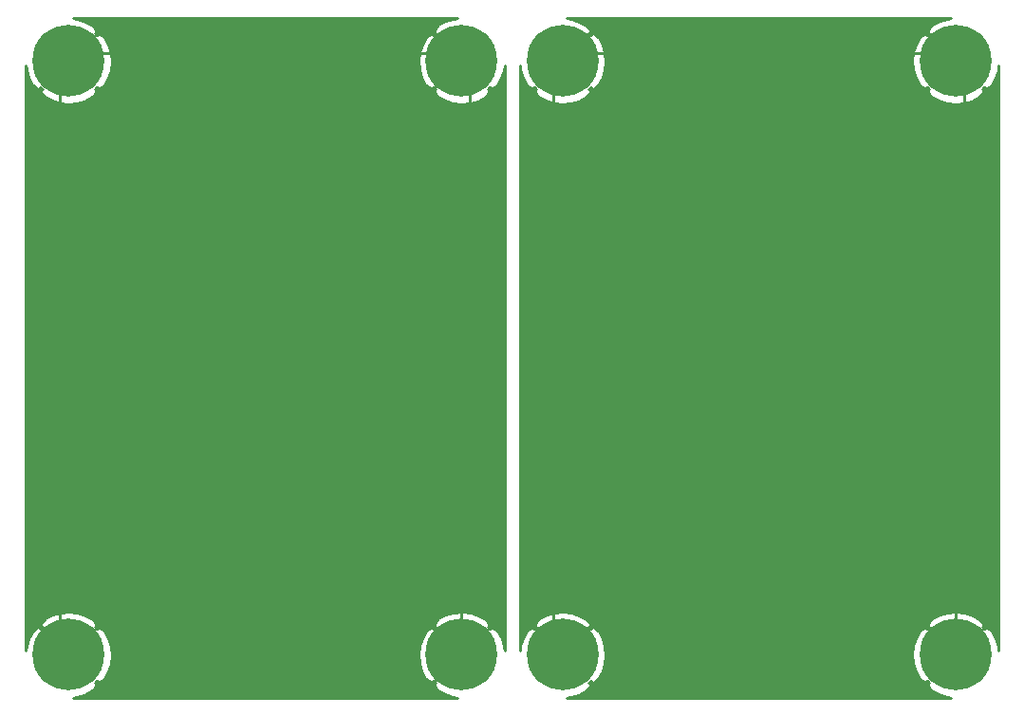
<source format=gtl>
G04 #@! TF.GenerationSoftware,KiCad,Pcbnew,(5.1.0)-1*
G04 #@! TF.CreationDate,2019-06-11T15:23:58-04:00*
G04 #@! TF.ProjectId,top and bottom case,746f7020-616e-4642-9062-6f74746f6d20,rev?*
G04 #@! TF.SameCoordinates,PX528a7e4PY5879c7c*
G04 #@! TF.FileFunction,Copper,L1,Top*
G04 #@! TF.FilePolarity,Positive*
%FSLAX46Y46*%
G04 Gerber Fmt 4.6, Leading zero omitted, Abs format (unit mm)*
G04 Created by KiCad (PCBNEW (5.1.0)-1) date 2019-06-11 15:23:58*
%MOMM*%
%LPD*%
G04 APERTURE LIST*
%ADD10C,0.800000*%
%ADD11C,6.400000*%
%ADD12C,0.250000*%
%ADD13C,0.254000*%
G04 APERTURE END LIST*
D10*
X64443556Y29022556D03*
X62746500Y29725500D03*
X61049444Y29022556D03*
X60346500Y27325500D03*
X61049444Y25628444D03*
X62746500Y24925500D03*
X64443556Y25628444D03*
X65146500Y27325500D03*
D11*
X62746500Y27325500D03*
X27677500Y27325500D03*
D10*
X30077500Y27325500D03*
X29374556Y25628444D03*
X27677500Y24925500D03*
X25980444Y25628444D03*
X25277500Y27325500D03*
X25980444Y29022556D03*
X27677500Y29725500D03*
X29374556Y29022556D03*
X29374556Y-23977444D03*
X27677500Y-23274500D03*
X25980444Y-23977444D03*
X25277500Y-25674500D03*
X25980444Y-27371556D03*
X27677500Y-28074500D03*
X29374556Y-27371556D03*
X30077500Y-25674500D03*
D11*
X27677500Y-25674500D03*
X62746500Y-25674500D03*
D10*
X65146500Y-25674500D03*
X64443556Y-27371556D03*
X62746500Y-28074500D03*
X61049444Y-27371556D03*
X60346500Y-25674500D03*
X61049444Y-23977444D03*
X62746500Y-23274500D03*
X64443556Y-23977444D03*
D11*
X-16391500Y-25674500D03*
D10*
X-13991500Y-25674500D03*
X-14694444Y-27371556D03*
X-16391500Y-28074500D03*
X-18088556Y-27371556D03*
X-18791500Y-25674500D03*
X-18088556Y-23977444D03*
X-16391500Y-23274500D03*
X-14694444Y-23977444D03*
X-14694444Y29022556D03*
X-16391500Y29725500D03*
X-18088556Y29022556D03*
X-18791500Y27325500D03*
X-18088556Y25628444D03*
X-16391500Y24925500D03*
X-14694444Y25628444D03*
X-13991500Y27325500D03*
D11*
X-16391500Y27325500D03*
X18677500Y27325500D03*
D10*
X21077500Y27325500D03*
X20374556Y25628444D03*
X18677500Y24925500D03*
X16980444Y25628444D03*
X16277500Y27325500D03*
X16980444Y29022556D03*
X18677500Y29725500D03*
X20374556Y29022556D03*
X20374556Y-23977444D03*
X18677500Y-23274500D03*
X16980444Y-23977444D03*
X16277500Y-25674500D03*
X16980444Y-27371556D03*
X18677500Y-28074500D03*
X20374556Y-27371556D03*
X21077500Y-25674500D03*
D11*
X18677500Y-25674500D03*
D12*
X-14795391Y26600499D02*
X-15419445Y25976445D01*
X-15666499Y26600499D02*
X-14795391Y26600499D01*
X-16391500Y27325500D02*
X-15666499Y26600499D01*
X19402501Y26600499D02*
X18677500Y27325500D01*
X19402501Y-20424016D02*
X19402501Y26600499D01*
X18677500Y-21149017D02*
X19402501Y-20424016D01*
X18677500Y-25674500D02*
X18677500Y-21149017D01*
X-15666499Y28050501D02*
X-16391500Y27325500D01*
X17952499Y28050501D02*
X-15666499Y28050501D01*
X18677500Y27325500D02*
X17952499Y28050501D01*
X-17208500Y-24857500D02*
X-16391500Y-25674500D01*
X-17208500Y26508500D02*
X-17208500Y-24857500D01*
X-16391500Y27325500D02*
X-17208500Y26508500D01*
X27677500Y27325500D02*
X28402501Y26600499D01*
X29273609Y26600499D02*
X28649555Y25976445D01*
X28402501Y26600499D02*
X29273609Y26600499D01*
X26860500Y-24857500D02*
X27677500Y-25674500D01*
X26860500Y26508500D02*
X26860500Y-24857500D01*
X27677500Y27325500D02*
X26860500Y26508500D01*
X28402501Y28050501D02*
X27677500Y27325500D01*
X62021499Y28050501D02*
X28402501Y28050501D01*
X62746500Y27325500D02*
X62021499Y28050501D01*
X63471501Y26600499D02*
X62746500Y27325500D01*
X62746500Y-21149017D02*
X63471501Y-20424016D01*
X62746500Y-25674500D02*
X62746500Y-21149017D01*
X63471501Y-20424016D02*
X63471501Y26600499D01*
D13*
G36*
X17949562Y31109678D02*
G01*
X17225292Y30894952D01*
X16556830Y30543055D01*
X16516412Y30516048D01*
X16156224Y30026381D01*
X16341916Y29840689D01*
X16320670Y29826493D01*
X16176507Y29682330D01*
X16162311Y29661084D01*
X15976619Y29846776D01*
X15486952Y29486588D01*
X15126651Y28822618D01*
X14902806Y28101115D01*
X14824020Y27349805D01*
X14893322Y26597562D01*
X15108048Y25873292D01*
X15459945Y25204830D01*
X15486952Y25164412D01*
X15976619Y24804224D01*
X16162311Y24989916D01*
X16176507Y24968670D01*
X16320670Y24824507D01*
X16341916Y24810311D01*
X16156224Y24624619D01*
X16516412Y24134952D01*
X17180382Y23774651D01*
X17901885Y23550806D01*
X18653195Y23472020D01*
X19405438Y23541322D01*
X20129708Y23756048D01*
X20798170Y24107945D01*
X20838588Y24134952D01*
X21198776Y24624619D01*
X21013084Y24810311D01*
X21034330Y24824507D01*
X21178493Y24968670D01*
X21192689Y24989916D01*
X21378381Y24804224D01*
X21868048Y25164412D01*
X22228349Y25828382D01*
X22452194Y26549885D01*
X22492500Y26934247D01*
X22492501Y825500D01*
X22492500Y-25281121D01*
X22461678Y-24946562D01*
X22246952Y-24222292D01*
X21895055Y-23553830D01*
X21868048Y-23513412D01*
X21378381Y-23153224D01*
X21192689Y-23338916D01*
X21178493Y-23317670D01*
X21034330Y-23173507D01*
X21013084Y-23159311D01*
X21198776Y-22973619D01*
X20838588Y-22483952D01*
X20174618Y-22123651D01*
X19453115Y-21899806D01*
X18701805Y-21821020D01*
X17949562Y-21890322D01*
X17225292Y-22105048D01*
X16556830Y-22456945D01*
X16516412Y-22483952D01*
X16156224Y-22973619D01*
X16341916Y-23159311D01*
X16320670Y-23173507D01*
X16176507Y-23317670D01*
X16162311Y-23338916D01*
X15976619Y-23153224D01*
X15486952Y-23513412D01*
X15126651Y-24177382D01*
X14902806Y-24898885D01*
X14824020Y-25650195D01*
X14893322Y-26402438D01*
X15108048Y-27126708D01*
X15459945Y-27795170D01*
X15486952Y-27835588D01*
X15976619Y-28195776D01*
X16162311Y-28010084D01*
X16176507Y-28031330D01*
X16320670Y-28175493D01*
X16341916Y-28189689D01*
X16156224Y-28375381D01*
X16516412Y-28865048D01*
X17180382Y-29225349D01*
X17901885Y-29449194D01*
X18286246Y-29489500D01*
X-15998121Y-29489500D01*
X-15663562Y-29458678D01*
X-14939292Y-29243952D01*
X-14270830Y-28892055D01*
X-14230412Y-28865048D01*
X-13870224Y-28375381D01*
X-14055916Y-28189689D01*
X-14034670Y-28175493D01*
X-13890507Y-28031330D01*
X-13876311Y-28010084D01*
X-13690619Y-28195776D01*
X-13200952Y-27835588D01*
X-12840651Y-27171618D01*
X-12616806Y-26450115D01*
X-12538020Y-25698805D01*
X-12607322Y-24946562D01*
X-12822048Y-24222292D01*
X-13173945Y-23553830D01*
X-13200952Y-23513412D01*
X-13690619Y-23153224D01*
X-13876311Y-23338916D01*
X-13890507Y-23317670D01*
X-14034670Y-23173507D01*
X-14055916Y-23159311D01*
X-13870224Y-22973619D01*
X-14230412Y-22483952D01*
X-14894382Y-22123651D01*
X-15615885Y-21899806D01*
X-16367195Y-21821020D01*
X-17119438Y-21890322D01*
X-17843708Y-22105048D01*
X-18512170Y-22456945D01*
X-18552588Y-22483952D01*
X-18912776Y-22973619D01*
X-18727084Y-23159311D01*
X-18748330Y-23173507D01*
X-18892493Y-23317670D01*
X-18906689Y-23338916D01*
X-19092381Y-23153224D01*
X-19582048Y-23513412D01*
X-19942349Y-24177382D01*
X-20166194Y-24898885D01*
X-20206500Y-25283246D01*
X-20206500Y26932121D01*
X-20175678Y26597562D01*
X-19960952Y25873292D01*
X-19609055Y25204830D01*
X-19582048Y25164412D01*
X-19092381Y24804224D01*
X-18906689Y24989916D01*
X-18892493Y24968670D01*
X-18748330Y24824507D01*
X-18727084Y24810311D01*
X-18912776Y24624619D01*
X-18552588Y24134952D01*
X-17888618Y23774651D01*
X-17167115Y23550806D01*
X-16415805Y23472020D01*
X-15663562Y23541322D01*
X-14939292Y23756048D01*
X-14270830Y24107945D01*
X-14230412Y24134952D01*
X-13870224Y24624619D01*
X-14055916Y24810311D01*
X-14034670Y24824507D01*
X-13890507Y24968670D01*
X-13876311Y24989916D01*
X-13690619Y24804224D01*
X-13200952Y25164412D01*
X-12840651Y25828382D01*
X-12616806Y26549885D01*
X-12538020Y27301195D01*
X-12607322Y28053438D01*
X-12822048Y28777708D01*
X-13173945Y29446170D01*
X-13200952Y29486588D01*
X-13690619Y29846776D01*
X-13876311Y29661084D01*
X-13890507Y29682330D01*
X-14034670Y29826493D01*
X-14055916Y29840689D01*
X-13870224Y30026381D01*
X-14230412Y30516048D01*
X-14894382Y30876349D01*
X-15615885Y31100194D01*
X-16000246Y31140500D01*
X18284121Y31140500D01*
X17949562Y31109678D01*
X17949562Y31109678D01*
G37*
X17949562Y31109678D02*
X17225292Y30894952D01*
X16556830Y30543055D01*
X16516412Y30516048D01*
X16156224Y30026381D01*
X16341916Y29840689D01*
X16320670Y29826493D01*
X16176507Y29682330D01*
X16162311Y29661084D01*
X15976619Y29846776D01*
X15486952Y29486588D01*
X15126651Y28822618D01*
X14902806Y28101115D01*
X14824020Y27349805D01*
X14893322Y26597562D01*
X15108048Y25873292D01*
X15459945Y25204830D01*
X15486952Y25164412D01*
X15976619Y24804224D01*
X16162311Y24989916D01*
X16176507Y24968670D01*
X16320670Y24824507D01*
X16341916Y24810311D01*
X16156224Y24624619D01*
X16516412Y24134952D01*
X17180382Y23774651D01*
X17901885Y23550806D01*
X18653195Y23472020D01*
X19405438Y23541322D01*
X20129708Y23756048D01*
X20798170Y24107945D01*
X20838588Y24134952D01*
X21198776Y24624619D01*
X21013084Y24810311D01*
X21034330Y24824507D01*
X21178493Y24968670D01*
X21192689Y24989916D01*
X21378381Y24804224D01*
X21868048Y25164412D01*
X22228349Y25828382D01*
X22452194Y26549885D01*
X22492500Y26934247D01*
X22492501Y825500D01*
X22492500Y-25281121D01*
X22461678Y-24946562D01*
X22246952Y-24222292D01*
X21895055Y-23553830D01*
X21868048Y-23513412D01*
X21378381Y-23153224D01*
X21192689Y-23338916D01*
X21178493Y-23317670D01*
X21034330Y-23173507D01*
X21013084Y-23159311D01*
X21198776Y-22973619D01*
X20838588Y-22483952D01*
X20174618Y-22123651D01*
X19453115Y-21899806D01*
X18701805Y-21821020D01*
X17949562Y-21890322D01*
X17225292Y-22105048D01*
X16556830Y-22456945D01*
X16516412Y-22483952D01*
X16156224Y-22973619D01*
X16341916Y-23159311D01*
X16320670Y-23173507D01*
X16176507Y-23317670D01*
X16162311Y-23338916D01*
X15976619Y-23153224D01*
X15486952Y-23513412D01*
X15126651Y-24177382D01*
X14902806Y-24898885D01*
X14824020Y-25650195D01*
X14893322Y-26402438D01*
X15108048Y-27126708D01*
X15459945Y-27795170D01*
X15486952Y-27835588D01*
X15976619Y-28195776D01*
X16162311Y-28010084D01*
X16176507Y-28031330D01*
X16320670Y-28175493D01*
X16341916Y-28189689D01*
X16156224Y-28375381D01*
X16516412Y-28865048D01*
X17180382Y-29225349D01*
X17901885Y-29449194D01*
X18286246Y-29489500D01*
X-15998121Y-29489500D01*
X-15663562Y-29458678D01*
X-14939292Y-29243952D01*
X-14270830Y-28892055D01*
X-14230412Y-28865048D01*
X-13870224Y-28375381D01*
X-14055916Y-28189689D01*
X-14034670Y-28175493D01*
X-13890507Y-28031330D01*
X-13876311Y-28010084D01*
X-13690619Y-28195776D01*
X-13200952Y-27835588D01*
X-12840651Y-27171618D01*
X-12616806Y-26450115D01*
X-12538020Y-25698805D01*
X-12607322Y-24946562D01*
X-12822048Y-24222292D01*
X-13173945Y-23553830D01*
X-13200952Y-23513412D01*
X-13690619Y-23153224D01*
X-13876311Y-23338916D01*
X-13890507Y-23317670D01*
X-14034670Y-23173507D01*
X-14055916Y-23159311D01*
X-13870224Y-22973619D01*
X-14230412Y-22483952D01*
X-14894382Y-22123651D01*
X-15615885Y-21899806D01*
X-16367195Y-21821020D01*
X-17119438Y-21890322D01*
X-17843708Y-22105048D01*
X-18512170Y-22456945D01*
X-18552588Y-22483952D01*
X-18912776Y-22973619D01*
X-18727084Y-23159311D01*
X-18748330Y-23173507D01*
X-18892493Y-23317670D01*
X-18906689Y-23338916D01*
X-19092381Y-23153224D01*
X-19582048Y-23513412D01*
X-19942349Y-24177382D01*
X-20166194Y-24898885D01*
X-20206500Y-25283246D01*
X-20206500Y26932121D01*
X-20175678Y26597562D01*
X-19960952Y25873292D01*
X-19609055Y25204830D01*
X-19582048Y25164412D01*
X-19092381Y24804224D01*
X-18906689Y24989916D01*
X-18892493Y24968670D01*
X-18748330Y24824507D01*
X-18727084Y24810311D01*
X-18912776Y24624619D01*
X-18552588Y24134952D01*
X-17888618Y23774651D01*
X-17167115Y23550806D01*
X-16415805Y23472020D01*
X-15663562Y23541322D01*
X-14939292Y23756048D01*
X-14270830Y24107945D01*
X-14230412Y24134952D01*
X-13870224Y24624619D01*
X-14055916Y24810311D01*
X-14034670Y24824507D01*
X-13890507Y24968670D01*
X-13876311Y24989916D01*
X-13690619Y24804224D01*
X-13200952Y25164412D01*
X-12840651Y25828382D01*
X-12616806Y26549885D01*
X-12538020Y27301195D01*
X-12607322Y28053438D01*
X-12822048Y28777708D01*
X-13173945Y29446170D01*
X-13200952Y29486588D01*
X-13690619Y29846776D01*
X-13876311Y29661084D01*
X-13890507Y29682330D01*
X-14034670Y29826493D01*
X-14055916Y29840689D01*
X-13870224Y30026381D01*
X-14230412Y30516048D01*
X-14894382Y30876349D01*
X-15615885Y31100194D01*
X-16000246Y31140500D01*
X18284121Y31140500D01*
X17949562Y31109678D01*
G36*
X-15498381Y-24637218D02*
G01*
X-15354218Y-24781381D01*
X-15332972Y-24795577D01*
X-16211895Y-25674500D01*
X-15332972Y-26553423D01*
X-15354218Y-26567619D01*
X-15498381Y-26711782D01*
X-15512577Y-26733028D01*
X-16391500Y-25854105D01*
X-16405642Y-25868248D01*
X-16585247Y-25688643D01*
X-16571105Y-25674500D01*
X-17450028Y-24795577D01*
X-17428782Y-24781381D01*
X-17284619Y-24637218D01*
X-17270423Y-24615972D01*
X-16391500Y-25494895D01*
X-15512577Y-24615972D01*
X-15498381Y-24637218D01*
X-15498381Y-24637218D01*
G37*
X-15498381Y-24637218D02*
X-15354218Y-24781381D01*
X-15332972Y-24795577D01*
X-16211895Y-25674500D01*
X-15332972Y-26553423D01*
X-15354218Y-26567619D01*
X-15498381Y-26711782D01*
X-15512577Y-26733028D01*
X-16391500Y-25854105D01*
X-16405642Y-25868248D01*
X-16585247Y-25688643D01*
X-16571105Y-25674500D01*
X-17450028Y-24795577D01*
X-17428782Y-24781381D01*
X-17284619Y-24637218D01*
X-17270423Y-24615972D01*
X-16391500Y-25494895D01*
X-15512577Y-24615972D01*
X-15498381Y-24637218D01*
G36*
X19570619Y-24637218D02*
G01*
X19714782Y-24781381D01*
X19736028Y-24795577D01*
X18857105Y-25674500D01*
X18871248Y-25688643D01*
X18691643Y-25868248D01*
X18677500Y-25854105D01*
X17798577Y-26733028D01*
X17784381Y-26711782D01*
X17640218Y-26567619D01*
X17618972Y-26553423D01*
X18497895Y-25674500D01*
X17618972Y-24795577D01*
X17640218Y-24781381D01*
X17784381Y-24637218D01*
X17798577Y-24615972D01*
X18677500Y-25494895D01*
X19556423Y-24615972D01*
X19570619Y-24637218D01*
X19570619Y-24637218D01*
G37*
X19570619Y-24637218D02*
X19714782Y-24781381D01*
X19736028Y-24795577D01*
X18857105Y-25674500D01*
X18871248Y-25688643D01*
X18691643Y-25868248D01*
X18677500Y-25854105D01*
X17798577Y-26733028D01*
X17784381Y-26711782D01*
X17640218Y-26567619D01*
X17618972Y-26553423D01*
X18497895Y-25674500D01*
X17618972Y-24795577D01*
X17640218Y-24781381D01*
X17784381Y-24637218D01*
X17798577Y-24615972D01*
X18677500Y-25494895D01*
X19556423Y-24615972D01*
X19570619Y-24637218D01*
G36*
X-15498381Y28362782D02*
G01*
X-15354218Y28218619D01*
X-15332972Y28204423D01*
X-16211895Y27325500D01*
X-15332972Y26446577D01*
X-15354218Y26432381D01*
X-15498381Y26288218D01*
X-15512577Y26266972D01*
X-16391500Y27145895D01*
X-17270423Y26266972D01*
X-17284619Y26288218D01*
X-17428782Y26432381D01*
X-17450028Y26446577D01*
X-16571105Y27325500D01*
X-16585247Y27339642D01*
X-16405642Y27519247D01*
X-16391500Y27505105D01*
X-15512577Y28384028D01*
X-15498381Y28362782D01*
X-15498381Y28362782D01*
G37*
X-15498381Y28362782D02*
X-15354218Y28218619D01*
X-15332972Y28204423D01*
X-16211895Y27325500D01*
X-15332972Y26446577D01*
X-15354218Y26432381D01*
X-15498381Y26288218D01*
X-15512577Y26266972D01*
X-16391500Y27145895D01*
X-17270423Y26266972D01*
X-17284619Y26288218D01*
X-17428782Y26432381D01*
X-17450028Y26446577D01*
X-16571105Y27325500D01*
X-16585247Y27339642D01*
X-16405642Y27519247D01*
X-16391500Y27505105D01*
X-15512577Y28384028D01*
X-15498381Y28362782D01*
G36*
X18677500Y27505105D02*
G01*
X18691643Y27519247D01*
X18871248Y27339642D01*
X18857105Y27325500D01*
X19736028Y26446577D01*
X19714782Y26432381D01*
X19570619Y26288218D01*
X19556423Y26266972D01*
X18677500Y27145895D01*
X17798577Y26266972D01*
X17784381Y26288218D01*
X17640218Y26432381D01*
X17618972Y26446577D01*
X18497895Y27325500D01*
X17618972Y28204423D01*
X17640218Y28218619D01*
X17784381Y28362782D01*
X17798577Y28384028D01*
X18677500Y27505105D01*
X18677500Y27505105D01*
G37*
X18677500Y27505105D02*
X18691643Y27519247D01*
X18871248Y27339642D01*
X18857105Y27325500D01*
X19736028Y26446577D01*
X19714782Y26432381D01*
X19570619Y26288218D01*
X19556423Y26266972D01*
X18677500Y27145895D01*
X17798577Y26266972D01*
X17784381Y26288218D01*
X17640218Y26432381D01*
X17618972Y26446577D01*
X18497895Y27325500D01*
X17618972Y28204423D01*
X17640218Y28218619D01*
X17784381Y28362782D01*
X17798577Y28384028D01*
X18677500Y27505105D01*
G36*
X62018562Y31109678D02*
G01*
X61294292Y30894952D01*
X60625830Y30543055D01*
X60585412Y30516048D01*
X60225224Y30026381D01*
X60410916Y29840689D01*
X60389670Y29826493D01*
X60245507Y29682330D01*
X60231311Y29661084D01*
X60045619Y29846776D01*
X59555952Y29486588D01*
X59195651Y28822618D01*
X58971806Y28101115D01*
X58893020Y27349805D01*
X58962322Y26597562D01*
X59177048Y25873292D01*
X59528945Y25204830D01*
X59555952Y25164412D01*
X60045619Y24804224D01*
X60231311Y24989916D01*
X60245507Y24968670D01*
X60389670Y24824507D01*
X60410916Y24810311D01*
X60225224Y24624619D01*
X60585412Y24134952D01*
X61249382Y23774651D01*
X61970885Y23550806D01*
X62722195Y23472020D01*
X63474438Y23541322D01*
X64198708Y23756048D01*
X64867170Y24107945D01*
X64907588Y24134952D01*
X65267776Y24624619D01*
X65082084Y24810311D01*
X65103330Y24824507D01*
X65247493Y24968670D01*
X65261689Y24989916D01*
X65447381Y24804224D01*
X65937048Y25164412D01*
X66297349Y25828382D01*
X66521194Y26549885D01*
X66561500Y26934247D01*
X66561501Y-25281132D01*
X66530678Y-24946562D01*
X66315952Y-24222292D01*
X65964055Y-23553830D01*
X65937048Y-23513412D01*
X65447381Y-23153224D01*
X65261689Y-23338916D01*
X65247493Y-23317670D01*
X65103330Y-23173507D01*
X65082084Y-23159311D01*
X65267776Y-22973619D01*
X64907588Y-22483952D01*
X64243618Y-22123651D01*
X63522115Y-21899806D01*
X62770805Y-21821020D01*
X62018562Y-21890322D01*
X61294292Y-22105048D01*
X60625830Y-22456945D01*
X60585412Y-22483952D01*
X60225224Y-22973619D01*
X60410916Y-23159311D01*
X60389670Y-23173507D01*
X60245507Y-23317670D01*
X60231311Y-23338916D01*
X60045619Y-23153224D01*
X59555952Y-23513412D01*
X59195651Y-24177382D01*
X58971806Y-24898885D01*
X58893020Y-25650195D01*
X58962322Y-26402438D01*
X59177048Y-27126708D01*
X59528945Y-27795170D01*
X59555952Y-27835588D01*
X60045619Y-28195776D01*
X60231311Y-28010084D01*
X60245507Y-28031330D01*
X60389670Y-28175493D01*
X60410916Y-28189689D01*
X60225224Y-28375381D01*
X60585412Y-28865048D01*
X61249382Y-29225349D01*
X61970885Y-29449194D01*
X62355246Y-29489500D01*
X28070879Y-29489500D01*
X28405438Y-29458678D01*
X29129708Y-29243952D01*
X29798170Y-28892055D01*
X29838588Y-28865048D01*
X30198776Y-28375381D01*
X30013084Y-28189689D01*
X30034330Y-28175493D01*
X30178493Y-28031330D01*
X30192689Y-28010084D01*
X30378381Y-28195776D01*
X30868048Y-27835588D01*
X31228349Y-27171618D01*
X31452194Y-26450115D01*
X31530980Y-25698805D01*
X31461678Y-24946562D01*
X31246952Y-24222292D01*
X30895055Y-23553830D01*
X30868048Y-23513412D01*
X30378381Y-23153224D01*
X30192689Y-23338916D01*
X30178493Y-23317670D01*
X30034330Y-23173507D01*
X30013084Y-23159311D01*
X30198776Y-22973619D01*
X29838588Y-22483952D01*
X29174618Y-22123651D01*
X28453115Y-21899806D01*
X27701805Y-21821020D01*
X26949562Y-21890322D01*
X26225292Y-22105048D01*
X25556830Y-22456945D01*
X25516412Y-22483952D01*
X25156224Y-22973619D01*
X25341916Y-23159311D01*
X25320670Y-23173507D01*
X25176507Y-23317670D01*
X25162311Y-23338916D01*
X24976619Y-23153224D01*
X24486952Y-23513412D01*
X24126651Y-24177382D01*
X23902806Y-24898885D01*
X23862500Y-25283246D01*
X23862500Y26932121D01*
X23893322Y26597562D01*
X24108048Y25873292D01*
X24459945Y25204830D01*
X24486952Y25164412D01*
X24976619Y24804224D01*
X25162311Y24989916D01*
X25176507Y24968670D01*
X25320670Y24824507D01*
X25341916Y24810311D01*
X25156224Y24624619D01*
X25516412Y24134952D01*
X26180382Y23774651D01*
X26901885Y23550806D01*
X27653195Y23472020D01*
X28405438Y23541322D01*
X29129708Y23756048D01*
X29798170Y24107945D01*
X29838588Y24134952D01*
X30198776Y24624619D01*
X30013084Y24810311D01*
X30034330Y24824507D01*
X30178493Y24968670D01*
X30192689Y24989916D01*
X30378381Y24804224D01*
X30868048Y25164412D01*
X31228349Y25828382D01*
X31452194Y26549885D01*
X31530980Y27301195D01*
X31461678Y28053438D01*
X31246952Y28777708D01*
X30895055Y29446170D01*
X30868048Y29486588D01*
X30378381Y29846776D01*
X30192689Y29661084D01*
X30178493Y29682330D01*
X30034330Y29826493D01*
X30013084Y29840689D01*
X30198776Y30026381D01*
X29838588Y30516048D01*
X29174618Y30876349D01*
X28453115Y31100194D01*
X28068754Y31140500D01*
X62353121Y31140500D01*
X62018562Y31109678D01*
X62018562Y31109678D01*
G37*
X62018562Y31109678D02*
X61294292Y30894952D01*
X60625830Y30543055D01*
X60585412Y30516048D01*
X60225224Y30026381D01*
X60410916Y29840689D01*
X60389670Y29826493D01*
X60245507Y29682330D01*
X60231311Y29661084D01*
X60045619Y29846776D01*
X59555952Y29486588D01*
X59195651Y28822618D01*
X58971806Y28101115D01*
X58893020Y27349805D01*
X58962322Y26597562D01*
X59177048Y25873292D01*
X59528945Y25204830D01*
X59555952Y25164412D01*
X60045619Y24804224D01*
X60231311Y24989916D01*
X60245507Y24968670D01*
X60389670Y24824507D01*
X60410916Y24810311D01*
X60225224Y24624619D01*
X60585412Y24134952D01*
X61249382Y23774651D01*
X61970885Y23550806D01*
X62722195Y23472020D01*
X63474438Y23541322D01*
X64198708Y23756048D01*
X64867170Y24107945D01*
X64907588Y24134952D01*
X65267776Y24624619D01*
X65082084Y24810311D01*
X65103330Y24824507D01*
X65247493Y24968670D01*
X65261689Y24989916D01*
X65447381Y24804224D01*
X65937048Y25164412D01*
X66297349Y25828382D01*
X66521194Y26549885D01*
X66561500Y26934247D01*
X66561501Y-25281132D01*
X66530678Y-24946562D01*
X66315952Y-24222292D01*
X65964055Y-23553830D01*
X65937048Y-23513412D01*
X65447381Y-23153224D01*
X65261689Y-23338916D01*
X65247493Y-23317670D01*
X65103330Y-23173507D01*
X65082084Y-23159311D01*
X65267776Y-22973619D01*
X64907588Y-22483952D01*
X64243618Y-22123651D01*
X63522115Y-21899806D01*
X62770805Y-21821020D01*
X62018562Y-21890322D01*
X61294292Y-22105048D01*
X60625830Y-22456945D01*
X60585412Y-22483952D01*
X60225224Y-22973619D01*
X60410916Y-23159311D01*
X60389670Y-23173507D01*
X60245507Y-23317670D01*
X60231311Y-23338916D01*
X60045619Y-23153224D01*
X59555952Y-23513412D01*
X59195651Y-24177382D01*
X58971806Y-24898885D01*
X58893020Y-25650195D01*
X58962322Y-26402438D01*
X59177048Y-27126708D01*
X59528945Y-27795170D01*
X59555952Y-27835588D01*
X60045619Y-28195776D01*
X60231311Y-28010084D01*
X60245507Y-28031330D01*
X60389670Y-28175493D01*
X60410916Y-28189689D01*
X60225224Y-28375381D01*
X60585412Y-28865048D01*
X61249382Y-29225349D01*
X61970885Y-29449194D01*
X62355246Y-29489500D01*
X28070879Y-29489500D01*
X28405438Y-29458678D01*
X29129708Y-29243952D01*
X29798170Y-28892055D01*
X29838588Y-28865048D01*
X30198776Y-28375381D01*
X30013084Y-28189689D01*
X30034330Y-28175493D01*
X30178493Y-28031330D01*
X30192689Y-28010084D01*
X30378381Y-28195776D01*
X30868048Y-27835588D01*
X31228349Y-27171618D01*
X31452194Y-26450115D01*
X31530980Y-25698805D01*
X31461678Y-24946562D01*
X31246952Y-24222292D01*
X30895055Y-23553830D01*
X30868048Y-23513412D01*
X30378381Y-23153224D01*
X30192689Y-23338916D01*
X30178493Y-23317670D01*
X30034330Y-23173507D01*
X30013084Y-23159311D01*
X30198776Y-22973619D01*
X29838588Y-22483952D01*
X29174618Y-22123651D01*
X28453115Y-21899806D01*
X27701805Y-21821020D01*
X26949562Y-21890322D01*
X26225292Y-22105048D01*
X25556830Y-22456945D01*
X25516412Y-22483952D01*
X25156224Y-22973619D01*
X25341916Y-23159311D01*
X25320670Y-23173507D01*
X25176507Y-23317670D01*
X25162311Y-23338916D01*
X24976619Y-23153224D01*
X24486952Y-23513412D01*
X24126651Y-24177382D01*
X23902806Y-24898885D01*
X23862500Y-25283246D01*
X23862500Y26932121D01*
X23893322Y26597562D01*
X24108048Y25873292D01*
X24459945Y25204830D01*
X24486952Y25164412D01*
X24976619Y24804224D01*
X25162311Y24989916D01*
X25176507Y24968670D01*
X25320670Y24824507D01*
X25341916Y24810311D01*
X25156224Y24624619D01*
X25516412Y24134952D01*
X26180382Y23774651D01*
X26901885Y23550806D01*
X27653195Y23472020D01*
X28405438Y23541322D01*
X29129708Y23756048D01*
X29798170Y24107945D01*
X29838588Y24134952D01*
X30198776Y24624619D01*
X30013084Y24810311D01*
X30034330Y24824507D01*
X30178493Y24968670D01*
X30192689Y24989916D01*
X30378381Y24804224D01*
X30868048Y25164412D01*
X31228349Y25828382D01*
X31452194Y26549885D01*
X31530980Y27301195D01*
X31461678Y28053438D01*
X31246952Y28777708D01*
X30895055Y29446170D01*
X30868048Y29486588D01*
X30378381Y29846776D01*
X30192689Y29661084D01*
X30178493Y29682330D01*
X30034330Y29826493D01*
X30013084Y29840689D01*
X30198776Y30026381D01*
X29838588Y30516048D01*
X29174618Y30876349D01*
X28453115Y31100194D01*
X28068754Y31140500D01*
X62353121Y31140500D01*
X62018562Y31109678D01*
G36*
X28570619Y-24637218D02*
G01*
X28714782Y-24781381D01*
X28736028Y-24795577D01*
X27857105Y-25674500D01*
X28736028Y-26553423D01*
X28714782Y-26567619D01*
X28570619Y-26711782D01*
X28556423Y-26733028D01*
X27677500Y-25854105D01*
X27663358Y-25868248D01*
X27483753Y-25688643D01*
X27497895Y-25674500D01*
X26618972Y-24795577D01*
X26640218Y-24781381D01*
X26784381Y-24637218D01*
X26798577Y-24615972D01*
X27677500Y-25494895D01*
X28556423Y-24615972D01*
X28570619Y-24637218D01*
X28570619Y-24637218D01*
G37*
X28570619Y-24637218D02*
X28714782Y-24781381D01*
X28736028Y-24795577D01*
X27857105Y-25674500D01*
X28736028Y-26553423D01*
X28714782Y-26567619D01*
X28570619Y-26711782D01*
X28556423Y-26733028D01*
X27677500Y-25854105D01*
X27663358Y-25868248D01*
X27483753Y-25688643D01*
X27497895Y-25674500D01*
X26618972Y-24795577D01*
X26640218Y-24781381D01*
X26784381Y-24637218D01*
X26798577Y-24615972D01*
X27677500Y-25494895D01*
X28556423Y-24615972D01*
X28570619Y-24637218D01*
G36*
X63639619Y-24637218D02*
G01*
X63783782Y-24781381D01*
X63805028Y-24795577D01*
X62926105Y-25674500D01*
X62940248Y-25688643D01*
X62760643Y-25868248D01*
X62746500Y-25854105D01*
X61867577Y-26733028D01*
X61853381Y-26711782D01*
X61709218Y-26567619D01*
X61687972Y-26553423D01*
X62566895Y-25674500D01*
X61687972Y-24795577D01*
X61709218Y-24781381D01*
X61853381Y-24637218D01*
X61867577Y-24615972D01*
X62746500Y-25494895D01*
X63625423Y-24615972D01*
X63639619Y-24637218D01*
X63639619Y-24637218D01*
G37*
X63639619Y-24637218D02*
X63783782Y-24781381D01*
X63805028Y-24795577D01*
X62926105Y-25674500D01*
X62940248Y-25688643D01*
X62760643Y-25868248D01*
X62746500Y-25854105D01*
X61867577Y-26733028D01*
X61853381Y-26711782D01*
X61709218Y-26567619D01*
X61687972Y-26553423D01*
X62566895Y-25674500D01*
X61687972Y-24795577D01*
X61709218Y-24781381D01*
X61853381Y-24637218D01*
X61867577Y-24615972D01*
X62746500Y-25494895D01*
X63625423Y-24615972D01*
X63639619Y-24637218D01*
G36*
X62746500Y27505105D02*
G01*
X62760643Y27519247D01*
X62940248Y27339642D01*
X62926105Y27325500D01*
X63805028Y26446577D01*
X63783782Y26432381D01*
X63639619Y26288218D01*
X63625423Y26266972D01*
X62746500Y27145895D01*
X61867577Y26266972D01*
X61853381Y26288218D01*
X61709218Y26432381D01*
X61687972Y26446577D01*
X62566895Y27325500D01*
X61687972Y28204423D01*
X61709218Y28218619D01*
X61853381Y28362782D01*
X61867577Y28384028D01*
X62746500Y27505105D01*
X62746500Y27505105D01*
G37*
X62746500Y27505105D02*
X62760643Y27519247D01*
X62940248Y27339642D01*
X62926105Y27325500D01*
X63805028Y26446577D01*
X63783782Y26432381D01*
X63639619Y26288218D01*
X63625423Y26266972D01*
X62746500Y27145895D01*
X61867577Y26266972D01*
X61853381Y26288218D01*
X61709218Y26432381D01*
X61687972Y26446577D01*
X62566895Y27325500D01*
X61687972Y28204423D01*
X61709218Y28218619D01*
X61853381Y28362782D01*
X61867577Y28384028D01*
X62746500Y27505105D01*
G36*
X28570619Y28362782D02*
G01*
X28714782Y28218619D01*
X28736028Y28204423D01*
X27857105Y27325500D01*
X28736028Y26446577D01*
X28714782Y26432381D01*
X28570619Y26288218D01*
X28556423Y26266972D01*
X27677500Y27145895D01*
X26798577Y26266972D01*
X26784381Y26288218D01*
X26640218Y26432381D01*
X26618972Y26446577D01*
X27497895Y27325500D01*
X27483753Y27339642D01*
X27663358Y27519247D01*
X27677500Y27505105D01*
X28556423Y28384028D01*
X28570619Y28362782D01*
X28570619Y28362782D01*
G37*
X28570619Y28362782D02*
X28714782Y28218619D01*
X28736028Y28204423D01*
X27857105Y27325500D01*
X28736028Y26446577D01*
X28714782Y26432381D01*
X28570619Y26288218D01*
X28556423Y26266972D01*
X27677500Y27145895D01*
X26798577Y26266972D01*
X26784381Y26288218D01*
X26640218Y26432381D01*
X26618972Y26446577D01*
X27497895Y27325500D01*
X27483753Y27339642D01*
X27663358Y27519247D01*
X27677500Y27505105D01*
X28556423Y28384028D01*
X28570619Y28362782D01*
M02*

</source>
